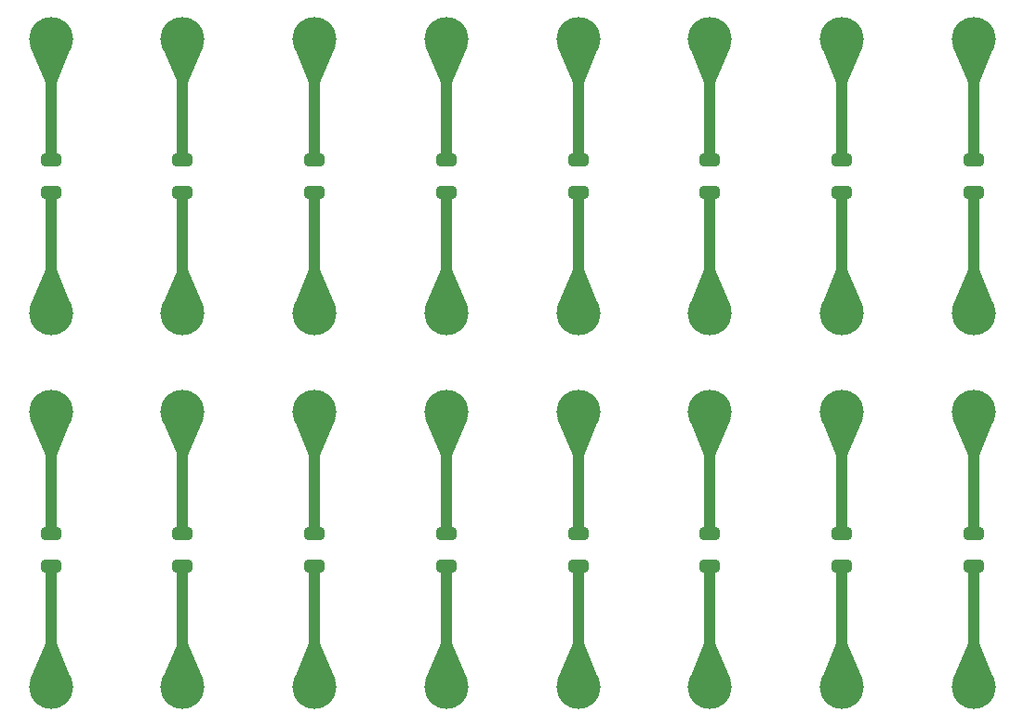
<source format=gbr>
%TF.GenerationSoftware,KiCad,Pcbnew,8.0.2*%
%TF.CreationDate,2024-06-26T18:14:25+07:00*%
%TF.ProjectId,capacitor_100nF_100V_Panel,63617061-6369-4746-9f72-5f3130306e46,rev?*%
%TF.SameCoordinates,Original*%
%TF.FileFunction,Copper,L1,Top*%
%TF.FilePolarity,Positive*%
%FSLAX46Y46*%
G04 Gerber Fmt 4.6, Leading zero omitted, Abs format (unit mm)*
G04 Created by KiCad (PCBNEW 8.0.2) date 2024-06-26 18:14:25*
%MOMM*%
%LPD*%
G01*
G04 APERTURE LIST*
G04 Aperture macros list*
%AMRoundRect*
0 Rectangle with rounded corners*
0 $1 Rounding radius*
0 $2 $3 $4 $5 $6 $7 $8 $9 X,Y pos of 4 corners*
0 Add a 4 corners polygon primitive as box body*
4,1,4,$2,$3,$4,$5,$6,$7,$8,$9,$2,$3,0*
0 Add four circle primitives for the rounded corners*
1,1,$1+$1,$2,$3*
1,1,$1+$1,$4,$5*
1,1,$1+$1,$6,$7*
1,1,$1+$1,$8,$9*
0 Add four rect primitives between the rounded corners*
20,1,$1+$1,$2,$3,$4,$5,0*
20,1,$1+$1,$4,$5,$6,$7,0*
20,1,$1+$1,$6,$7,$8,$9,0*
20,1,$1+$1,$8,$9,$2,$3,0*%
G04 Aperture macros list end*
%TA.AperFunction,ComponentPad*%
%ADD10C,4.000000*%
%TD*%
%TA.AperFunction,SMDPad,CuDef*%
%ADD11RoundRect,0.250000X-0.650000X0.325000X-0.650000X-0.325000X0.650000X-0.325000X0.650000X0.325000X0*%
%TD*%
%TA.AperFunction,Conductor*%
%ADD12C,1.000000*%
%TD*%
G04 APERTURE END LIST*
D10*
%TO.P,J2,1,Pin_1*%
%TO.N,Board_5-Net-(J2-Pin_1)*%
X65000000Y-36500500D03*
%TD*%
D11*
%TO.P,C1,1*%
%TO.N,Board_14-Net-(J1-Pin_1)*%
X77000000Y-56525500D03*
%TO.P,C1,2*%
%TO.N,Board_14-Net-(J2-Pin_1)*%
X77000000Y-59475500D03*
%TD*%
D10*
%TO.P,J1,1,Pin_1*%
%TO.N,Board_9-Net-(J1-Pin_1)*%
X17000000Y-45500500D03*
%TD*%
D11*
%TO.P,C1,1*%
%TO.N,Board_13-Net-(J1-Pin_1)*%
X65000000Y-56525500D03*
%TO.P,C1,2*%
%TO.N,Board_13-Net-(J2-Pin_1)*%
X65000000Y-59475500D03*
%TD*%
%TO.P,C1,1*%
%TO.N,Board_4-Net-(J1-Pin_1)*%
X53000000Y-22525500D03*
%TO.P,C1,2*%
%TO.N,Board_4-Net-(J2-Pin_1)*%
X53000000Y-25475500D03*
%TD*%
%TO.P,C1,1*%
%TO.N,Board_1-Net-(J1-Pin_1)*%
X17000000Y-22525500D03*
%TO.P,C1,2*%
%TO.N,Board_1-Net-(J2-Pin_1)*%
X17000000Y-25475500D03*
%TD*%
%TO.P,C1,1*%
%TO.N,Board_3-Net-(J1-Pin_1)*%
X41000000Y-22525500D03*
%TO.P,C1,2*%
%TO.N,Board_3-Net-(J2-Pin_1)*%
X41000000Y-25475500D03*
%TD*%
D10*
%TO.P,J2,1,Pin_1*%
%TO.N,Board_12-Net-(J2-Pin_1)*%
X53000000Y-70500500D03*
%TD*%
%TO.P,J1,1,Pin_1*%
%TO.N,Board_11-Net-(J1-Pin_1)*%
X41000000Y-45500500D03*
%TD*%
%TO.P,J2,1,Pin_1*%
%TO.N,Board_11-Net-(J2-Pin_1)*%
X41000000Y-70500500D03*
%TD*%
%TO.P,J2,1,Pin_1*%
%TO.N,Board_8-Net-(J2-Pin_1)*%
X5000000Y-70500500D03*
%TD*%
%TO.P,J2,1,Pin_1*%
%TO.N,Board_0-Net-(J2-Pin_1)*%
X5000000Y-36500500D03*
%TD*%
%TO.P,J2,1,Pin_1*%
%TO.N,Board_10-Net-(J2-Pin_1)*%
X29000000Y-70500500D03*
%TD*%
%TO.P,J1,1,Pin_1*%
%TO.N,Board_13-Net-(J1-Pin_1)*%
X65000000Y-45500500D03*
%TD*%
D11*
%TO.P,C1,1*%
%TO.N,Board_8-Net-(J1-Pin_1)*%
X5000000Y-56525500D03*
%TO.P,C1,2*%
%TO.N,Board_8-Net-(J2-Pin_1)*%
X5000000Y-59475500D03*
%TD*%
D10*
%TO.P,J1,1,Pin_1*%
%TO.N,Board_4-Net-(J1-Pin_1)*%
X53000000Y-11500500D03*
%TD*%
%TO.P,J2,1,Pin_1*%
%TO.N,Board_6-Net-(J2-Pin_1)*%
X77000000Y-36500500D03*
%TD*%
%TO.P,J2,1,Pin_1*%
%TO.N,Board_13-Net-(J2-Pin_1)*%
X65000000Y-70500500D03*
%TD*%
%TO.P,J2,1,Pin_1*%
%TO.N,Board_15-Net-(J2-Pin_1)*%
X89000000Y-70500500D03*
%TD*%
%TO.P,J1,1,Pin_1*%
%TO.N,Board_6-Net-(J1-Pin_1)*%
X77000000Y-11500500D03*
%TD*%
D11*
%TO.P,C1,1*%
%TO.N,Board_10-Net-(J1-Pin_1)*%
X29000000Y-56525500D03*
%TO.P,C1,2*%
%TO.N,Board_10-Net-(J2-Pin_1)*%
X29000000Y-59475500D03*
%TD*%
D10*
%TO.P,J2,1,Pin_1*%
%TO.N,Board_9-Net-(J2-Pin_1)*%
X17000000Y-70500500D03*
%TD*%
%TO.P,J1,1,Pin_1*%
%TO.N,Board_0-Net-(J1-Pin_1)*%
X5000000Y-11500500D03*
%TD*%
%TO.P,J1,1,Pin_1*%
%TO.N,Board_3-Net-(J1-Pin_1)*%
X41000000Y-11500500D03*
%TD*%
%TO.P,J1,1,Pin_1*%
%TO.N,Board_10-Net-(J1-Pin_1)*%
X29000000Y-45500500D03*
%TD*%
D11*
%TO.P,C1,1*%
%TO.N,Board_11-Net-(J1-Pin_1)*%
X41000000Y-56525500D03*
%TO.P,C1,2*%
%TO.N,Board_11-Net-(J2-Pin_1)*%
X41000000Y-59475500D03*
%TD*%
D10*
%TO.P,J1,1,Pin_1*%
%TO.N,Board_14-Net-(J1-Pin_1)*%
X77000000Y-45500500D03*
%TD*%
%TO.P,J1,1,Pin_1*%
%TO.N,Board_2-Net-(J1-Pin_1)*%
X29000000Y-11500500D03*
%TD*%
%TO.P,J2,1,Pin_1*%
%TO.N,Board_14-Net-(J2-Pin_1)*%
X77000000Y-70500500D03*
%TD*%
%TO.P,J1,1,Pin_1*%
%TO.N,Board_5-Net-(J1-Pin_1)*%
X65000000Y-11500500D03*
%TD*%
%TO.P,J2,1,Pin_1*%
%TO.N,Board_3-Net-(J2-Pin_1)*%
X41000000Y-36500500D03*
%TD*%
%TO.P,J2,1,Pin_1*%
%TO.N,Board_2-Net-(J2-Pin_1)*%
X29000000Y-36500500D03*
%TD*%
D11*
%TO.P,C1,1*%
%TO.N,Board_9-Net-(J1-Pin_1)*%
X17000000Y-56525500D03*
%TO.P,C1,2*%
%TO.N,Board_9-Net-(J2-Pin_1)*%
X17000000Y-59475500D03*
%TD*%
%TO.P,C1,1*%
%TO.N,Board_5-Net-(J1-Pin_1)*%
X65000000Y-22525500D03*
%TO.P,C1,2*%
%TO.N,Board_5-Net-(J2-Pin_1)*%
X65000000Y-25475500D03*
%TD*%
%TO.P,C1,1*%
%TO.N,Board_2-Net-(J1-Pin_1)*%
X29000000Y-22525500D03*
%TO.P,C1,2*%
%TO.N,Board_2-Net-(J2-Pin_1)*%
X29000000Y-25475500D03*
%TD*%
%TO.P,C1,1*%
%TO.N,Board_6-Net-(J1-Pin_1)*%
X77000000Y-22525500D03*
%TO.P,C1,2*%
%TO.N,Board_6-Net-(J2-Pin_1)*%
X77000000Y-25475500D03*
%TD*%
D10*
%TO.P,J1,1,Pin_1*%
%TO.N,Board_1-Net-(J1-Pin_1)*%
X17000000Y-11500500D03*
%TD*%
%TO.P,J2,1,Pin_1*%
%TO.N,Board_4-Net-(J2-Pin_1)*%
X53000000Y-36500500D03*
%TD*%
D11*
%TO.P,C1,1*%
%TO.N,Board_15-Net-(J1-Pin_1)*%
X89000000Y-56525500D03*
%TO.P,C1,2*%
%TO.N,Board_15-Net-(J2-Pin_1)*%
X89000000Y-59475500D03*
%TD*%
D10*
%TO.P,J1,1,Pin_1*%
%TO.N,Board_12-Net-(J1-Pin_1)*%
X53000000Y-45500500D03*
%TD*%
%TO.P,J1,1,Pin_1*%
%TO.N,Board_7-Net-(J1-Pin_1)*%
X89000000Y-11500500D03*
%TD*%
%TO.P,J2,1,Pin_1*%
%TO.N,Board_1-Net-(J2-Pin_1)*%
X17000000Y-36500500D03*
%TD*%
%TO.P,J2,1,Pin_1*%
%TO.N,Board_7-Net-(J2-Pin_1)*%
X89000000Y-36500500D03*
%TD*%
D11*
%TO.P,C1,1*%
%TO.N,Board_0-Net-(J1-Pin_1)*%
X5000000Y-22525500D03*
%TO.P,C1,2*%
%TO.N,Board_0-Net-(J2-Pin_1)*%
X5000000Y-25475500D03*
%TD*%
%TO.P,C1,1*%
%TO.N,Board_12-Net-(J1-Pin_1)*%
X53000000Y-56525500D03*
%TO.P,C1,2*%
%TO.N,Board_12-Net-(J2-Pin_1)*%
X53000000Y-59475500D03*
%TD*%
%TO.P,C1,1*%
%TO.N,Board_7-Net-(J1-Pin_1)*%
X89000000Y-22525500D03*
%TO.P,C1,2*%
%TO.N,Board_7-Net-(J2-Pin_1)*%
X89000000Y-25475500D03*
%TD*%
D10*
%TO.P,J1,1,Pin_1*%
%TO.N,Board_8-Net-(J1-Pin_1)*%
X5000000Y-45500500D03*
%TD*%
%TO.P,J1,1,Pin_1*%
%TO.N,Board_15-Net-(J1-Pin_1)*%
X89000000Y-45500500D03*
%TD*%
D12*
%TO.N,Board_15-Net-(J2-Pin_1)*%
X89000000Y-59475500D02*
X89000000Y-70500500D01*
%TO.N,Board_15-Net-(J1-Pin_1)*%
X89000000Y-56429250D02*
X89096250Y-56525500D01*
X89000000Y-56525500D02*
X89000000Y-45500500D01*
%TO.N,Board_14-Net-(J2-Pin_1)*%
X77000000Y-59475500D02*
X77000000Y-70500500D01*
%TO.N,Board_14-Net-(J1-Pin_1)*%
X77000000Y-56525500D02*
X77000000Y-45500500D01*
X77000000Y-56429250D02*
X77096250Y-56525500D01*
%TO.N,Board_13-Net-(J2-Pin_1)*%
X65000000Y-59475500D02*
X65000000Y-70500500D01*
%TO.N,Board_13-Net-(J1-Pin_1)*%
X65000000Y-56429250D02*
X65096250Y-56525500D01*
X65000000Y-56525500D02*
X65000000Y-45500500D01*
%TO.N,Board_12-Net-(J2-Pin_1)*%
X53000000Y-59475500D02*
X53000000Y-70500500D01*
%TO.N,Board_12-Net-(J1-Pin_1)*%
X53000000Y-56525500D02*
X53000000Y-45500500D01*
X53000000Y-56429250D02*
X53096250Y-56525500D01*
%TO.N,Board_11-Net-(J2-Pin_1)*%
X41000000Y-59475500D02*
X41000000Y-70500500D01*
%TO.N,Board_11-Net-(J1-Pin_1)*%
X41000000Y-56525500D02*
X41000000Y-45500500D01*
X41000000Y-56429250D02*
X41096250Y-56525500D01*
%TO.N,Board_10-Net-(J2-Pin_1)*%
X29000000Y-59475500D02*
X29000000Y-70500500D01*
%TO.N,Board_10-Net-(J1-Pin_1)*%
X29000000Y-56525500D02*
X29000000Y-45500500D01*
X29000000Y-56429250D02*
X29096250Y-56525500D01*
%TO.N,Board_9-Net-(J2-Pin_1)*%
X17000000Y-59475500D02*
X17000000Y-70500500D01*
%TO.N,Board_9-Net-(J1-Pin_1)*%
X17000000Y-56525500D02*
X17000000Y-45500500D01*
X17000000Y-56429250D02*
X17096250Y-56525500D01*
%TO.N,Board_8-Net-(J2-Pin_1)*%
X5000000Y-59475500D02*
X5000000Y-70500500D01*
%TO.N,Board_8-Net-(J1-Pin_1)*%
X5000000Y-56429250D02*
X5096250Y-56525500D01*
X5000000Y-56525500D02*
X5000000Y-45500500D01*
%TO.N,Board_7-Net-(J2-Pin_1)*%
X89000000Y-25475500D02*
X89000000Y-36500500D01*
%TO.N,Board_7-Net-(J1-Pin_1)*%
X89000000Y-22429250D02*
X89096250Y-22525500D01*
X89000000Y-22525500D02*
X89000000Y-11500500D01*
%TO.N,Board_6-Net-(J2-Pin_1)*%
X77000000Y-25475500D02*
X77000000Y-36500500D01*
%TO.N,Board_6-Net-(J1-Pin_1)*%
X77000000Y-22429250D02*
X77096250Y-22525500D01*
X77000000Y-22525500D02*
X77000000Y-11500500D01*
%TO.N,Board_5-Net-(J2-Pin_1)*%
X65000000Y-25475500D02*
X65000000Y-36500500D01*
%TO.N,Board_5-Net-(J1-Pin_1)*%
X65000000Y-22429250D02*
X65096250Y-22525500D01*
X65000000Y-22525500D02*
X65000000Y-11500500D01*
%TO.N,Board_4-Net-(J2-Pin_1)*%
X53000000Y-25475500D02*
X53000000Y-36500500D01*
%TO.N,Board_4-Net-(J1-Pin_1)*%
X53000000Y-22429250D02*
X53096250Y-22525500D01*
X53000000Y-22525500D02*
X53000000Y-11500500D01*
%TO.N,Board_3-Net-(J2-Pin_1)*%
X41000000Y-25475500D02*
X41000000Y-36500500D01*
%TO.N,Board_3-Net-(J1-Pin_1)*%
X41000000Y-22525500D02*
X41000000Y-11500500D01*
X41000000Y-22429250D02*
X41096250Y-22525500D01*
%TO.N,Board_2-Net-(J2-Pin_1)*%
X29000000Y-25475500D02*
X29000000Y-36500500D01*
%TO.N,Board_2-Net-(J1-Pin_1)*%
X29000000Y-22429250D02*
X29096250Y-22525500D01*
X29000000Y-22525500D02*
X29000000Y-11500500D01*
%TO.N,Board_1-Net-(J2-Pin_1)*%
X17000000Y-25475500D02*
X17000000Y-36500500D01*
%TO.N,Board_1-Net-(J1-Pin_1)*%
X17000000Y-22525500D02*
X17000000Y-11500500D01*
X17000000Y-22429250D02*
X17096250Y-22525500D01*
%TO.N,Board_0-Net-(J2-Pin_1)*%
X5000000Y-25475500D02*
X5000000Y-36500500D01*
%TO.N,Board_0-Net-(J1-Pin_1)*%
X5000000Y-22429250D02*
X5096250Y-22525500D01*
X5000000Y-22525500D02*
X5000000Y-11500500D01*
%TD*%
%TA.AperFunction,Conductor*%
%TO.N,Board_15-Net-(J2-Pin_1)*%
G36*
X89500464Y-66524284D02*
G01*
X89502996Y-66528069D01*
X90913987Y-69925000D01*
X90913996Y-69933955D01*
X90907670Y-69940293D01*
X90906484Y-69940712D01*
X89003302Y-70500528D01*
X88996698Y-70500528D01*
X87093515Y-69940712D01*
X87086545Y-69935090D01*
X87085593Y-69926186D01*
X87086006Y-69925016D01*
X88497004Y-66528068D01*
X88503342Y-66521743D01*
X88507809Y-66520857D01*
X89492191Y-66520857D01*
X89500464Y-66524284D01*
G37*
%TD.AperFunction*%
%TD*%
%TA.AperFunction,Conductor*%
%TO.N,Board_15-Net-(J1-Pin_1)*%
G36*
X90906485Y-46060287D02*
G01*
X90913454Y-46065909D01*
X90914406Y-46074813D01*
X90913987Y-46075999D01*
X89502996Y-49472931D01*
X89496658Y-49479257D01*
X89492191Y-49480143D01*
X88507809Y-49480143D01*
X88499536Y-49476716D01*
X88497004Y-49472931D01*
X87086011Y-46075997D01*
X87086003Y-46067044D01*
X87092329Y-46060706D01*
X87093500Y-46060292D01*
X88996699Y-45500471D01*
X89003301Y-45500471D01*
X90906485Y-46060287D01*
G37*
%TD.AperFunction*%
%TD*%
%TA.AperFunction,Conductor*%
%TO.N,Board_14-Net-(J2-Pin_1)*%
G36*
X77500464Y-66524284D02*
G01*
X77502996Y-66528069D01*
X78913987Y-69925000D01*
X78913996Y-69933955D01*
X78907670Y-69940293D01*
X78906484Y-69940712D01*
X77003302Y-70500528D01*
X76996698Y-70500528D01*
X75093515Y-69940712D01*
X75086545Y-69935090D01*
X75085593Y-69926186D01*
X75086006Y-69925016D01*
X76497004Y-66528068D01*
X76503342Y-66521743D01*
X76507809Y-66520857D01*
X77492191Y-66520857D01*
X77500464Y-66524284D01*
G37*
%TD.AperFunction*%
%TD*%
%TA.AperFunction,Conductor*%
%TO.N,Board_14-Net-(J1-Pin_1)*%
G36*
X78906485Y-46060287D02*
G01*
X78913454Y-46065909D01*
X78914406Y-46074813D01*
X78913987Y-46075999D01*
X77502996Y-49472931D01*
X77496658Y-49479257D01*
X77492191Y-49480143D01*
X76507809Y-49480143D01*
X76499536Y-49476716D01*
X76497004Y-49472931D01*
X75086011Y-46075997D01*
X75086003Y-46067044D01*
X75092329Y-46060706D01*
X75093500Y-46060292D01*
X76996699Y-45500471D01*
X77003301Y-45500471D01*
X78906485Y-46060287D01*
G37*
%TD.AperFunction*%
%TD*%
%TA.AperFunction,Conductor*%
%TO.N,Board_13-Net-(J2-Pin_1)*%
G36*
X65500464Y-66524284D02*
G01*
X65502996Y-66528069D01*
X66913987Y-69925000D01*
X66913996Y-69933955D01*
X66907670Y-69940293D01*
X66906484Y-69940712D01*
X65003302Y-70500528D01*
X64996698Y-70500528D01*
X63093515Y-69940712D01*
X63086545Y-69935090D01*
X63085593Y-69926186D01*
X63086006Y-69925016D01*
X64497004Y-66528068D01*
X64503342Y-66521743D01*
X64507809Y-66520857D01*
X65492191Y-66520857D01*
X65500464Y-66524284D01*
G37*
%TD.AperFunction*%
%TD*%
%TA.AperFunction,Conductor*%
%TO.N,Board_13-Net-(J1-Pin_1)*%
G36*
X66906485Y-46060287D02*
G01*
X66913454Y-46065909D01*
X66914406Y-46074813D01*
X66913987Y-46075999D01*
X65502996Y-49472931D01*
X65496658Y-49479257D01*
X65492191Y-49480143D01*
X64507809Y-49480143D01*
X64499536Y-49476716D01*
X64497004Y-49472931D01*
X63086011Y-46075997D01*
X63086003Y-46067044D01*
X63092329Y-46060706D01*
X63093500Y-46060292D01*
X64996699Y-45500471D01*
X65003301Y-45500471D01*
X66906485Y-46060287D01*
G37*
%TD.AperFunction*%
%TD*%
%TA.AperFunction,Conductor*%
%TO.N,Board_12-Net-(J2-Pin_1)*%
G36*
X53500464Y-66524284D02*
G01*
X53502996Y-66528069D01*
X54913987Y-69925000D01*
X54913996Y-69933955D01*
X54907670Y-69940293D01*
X54906484Y-69940712D01*
X53003302Y-70500528D01*
X52996698Y-70500528D01*
X51093515Y-69940712D01*
X51086545Y-69935090D01*
X51085593Y-69926186D01*
X51086006Y-69925016D01*
X52497004Y-66528068D01*
X52503342Y-66521743D01*
X52507809Y-66520857D01*
X53492191Y-66520857D01*
X53500464Y-66524284D01*
G37*
%TD.AperFunction*%
%TD*%
%TA.AperFunction,Conductor*%
%TO.N,Board_12-Net-(J1-Pin_1)*%
G36*
X54906485Y-46060287D02*
G01*
X54913454Y-46065909D01*
X54914406Y-46074813D01*
X54913987Y-46075999D01*
X53502996Y-49472931D01*
X53496658Y-49479257D01*
X53492191Y-49480143D01*
X52507809Y-49480143D01*
X52499536Y-49476716D01*
X52497004Y-49472931D01*
X51086011Y-46075997D01*
X51086003Y-46067044D01*
X51092329Y-46060706D01*
X51093500Y-46060292D01*
X52996699Y-45500471D01*
X53003301Y-45500471D01*
X54906485Y-46060287D01*
G37*
%TD.AperFunction*%
%TD*%
%TA.AperFunction,Conductor*%
%TO.N,Board_11-Net-(J2-Pin_1)*%
G36*
X41500464Y-66524284D02*
G01*
X41502996Y-66528069D01*
X42913987Y-69925000D01*
X42913996Y-69933955D01*
X42907670Y-69940293D01*
X42906484Y-69940712D01*
X41003302Y-70500528D01*
X40996698Y-70500528D01*
X39093515Y-69940712D01*
X39086545Y-69935090D01*
X39085593Y-69926186D01*
X39086006Y-69925016D01*
X40497004Y-66528068D01*
X40503342Y-66521743D01*
X40507809Y-66520857D01*
X41492191Y-66520857D01*
X41500464Y-66524284D01*
G37*
%TD.AperFunction*%
%TD*%
%TA.AperFunction,Conductor*%
%TO.N,Board_11-Net-(J1-Pin_1)*%
G36*
X42906485Y-46060287D02*
G01*
X42913454Y-46065909D01*
X42914406Y-46074813D01*
X42913987Y-46075999D01*
X41502996Y-49472931D01*
X41496658Y-49479257D01*
X41492191Y-49480143D01*
X40507809Y-49480143D01*
X40499536Y-49476716D01*
X40497004Y-49472931D01*
X39086011Y-46075997D01*
X39086003Y-46067044D01*
X39092329Y-46060706D01*
X39093500Y-46060292D01*
X40996699Y-45500471D01*
X41003301Y-45500471D01*
X42906485Y-46060287D01*
G37*
%TD.AperFunction*%
%TD*%
%TA.AperFunction,Conductor*%
%TO.N,Board_10-Net-(J2-Pin_1)*%
G36*
X29500464Y-66524284D02*
G01*
X29502996Y-66528069D01*
X30913987Y-69925000D01*
X30913996Y-69933955D01*
X30907670Y-69940293D01*
X30906484Y-69940712D01*
X29003302Y-70500528D01*
X28996698Y-70500528D01*
X27093515Y-69940712D01*
X27086545Y-69935090D01*
X27085593Y-69926186D01*
X27086006Y-69925016D01*
X28497004Y-66528068D01*
X28503342Y-66521743D01*
X28507809Y-66520857D01*
X29492191Y-66520857D01*
X29500464Y-66524284D01*
G37*
%TD.AperFunction*%
%TD*%
%TA.AperFunction,Conductor*%
%TO.N,Board_10-Net-(J1-Pin_1)*%
G36*
X30906485Y-46060287D02*
G01*
X30913454Y-46065909D01*
X30914406Y-46074813D01*
X30913987Y-46075999D01*
X29502996Y-49472931D01*
X29496658Y-49479257D01*
X29492191Y-49480143D01*
X28507809Y-49480143D01*
X28499536Y-49476716D01*
X28497004Y-49472931D01*
X27086011Y-46075997D01*
X27086003Y-46067044D01*
X27092329Y-46060706D01*
X27093500Y-46060292D01*
X28996699Y-45500471D01*
X29003301Y-45500471D01*
X30906485Y-46060287D01*
G37*
%TD.AperFunction*%
%TD*%
%TA.AperFunction,Conductor*%
%TO.N,Board_9-Net-(J2-Pin_1)*%
G36*
X17500464Y-66524284D02*
G01*
X17502996Y-66528069D01*
X18913987Y-69925000D01*
X18913996Y-69933955D01*
X18907670Y-69940293D01*
X18906484Y-69940712D01*
X17003302Y-70500528D01*
X16996698Y-70500528D01*
X15093515Y-69940712D01*
X15086545Y-69935090D01*
X15085593Y-69926186D01*
X15086006Y-69925016D01*
X16497004Y-66528068D01*
X16503342Y-66521743D01*
X16507809Y-66520857D01*
X17492191Y-66520857D01*
X17500464Y-66524284D01*
G37*
%TD.AperFunction*%
%TD*%
%TA.AperFunction,Conductor*%
%TO.N,Board_9-Net-(J1-Pin_1)*%
G36*
X18906485Y-46060287D02*
G01*
X18913454Y-46065909D01*
X18914406Y-46074813D01*
X18913987Y-46075999D01*
X17502996Y-49472931D01*
X17496658Y-49479257D01*
X17492191Y-49480143D01*
X16507809Y-49480143D01*
X16499536Y-49476716D01*
X16497004Y-49472931D01*
X15086011Y-46075997D01*
X15086003Y-46067044D01*
X15092329Y-46060706D01*
X15093500Y-46060292D01*
X16996699Y-45500471D01*
X17003301Y-45500471D01*
X18906485Y-46060287D01*
G37*
%TD.AperFunction*%
%TD*%
%TA.AperFunction,Conductor*%
%TO.N,Board_8-Net-(J2-Pin_1)*%
G36*
X5500464Y-66524284D02*
G01*
X5502996Y-66528069D01*
X6913987Y-69925000D01*
X6913996Y-69933955D01*
X6907670Y-69940293D01*
X6906484Y-69940712D01*
X5003302Y-70500528D01*
X4996698Y-70500528D01*
X3093515Y-69940712D01*
X3086545Y-69935090D01*
X3085593Y-69926186D01*
X3086006Y-69925016D01*
X4497004Y-66528068D01*
X4503342Y-66521743D01*
X4507809Y-66520857D01*
X5492191Y-66520857D01*
X5500464Y-66524284D01*
G37*
%TD.AperFunction*%
%TD*%
%TA.AperFunction,Conductor*%
%TO.N,Board_8-Net-(J1-Pin_1)*%
G36*
X6906485Y-46060287D02*
G01*
X6913454Y-46065909D01*
X6914406Y-46074813D01*
X6913987Y-46075999D01*
X5502996Y-49472931D01*
X5496658Y-49479257D01*
X5492191Y-49480143D01*
X4507809Y-49480143D01*
X4499536Y-49476716D01*
X4497004Y-49472931D01*
X3086011Y-46075997D01*
X3086003Y-46067044D01*
X3092329Y-46060706D01*
X3093500Y-46060292D01*
X4996699Y-45500471D01*
X5003301Y-45500471D01*
X6906485Y-46060287D01*
G37*
%TD.AperFunction*%
%TD*%
%TA.AperFunction,Conductor*%
%TO.N,Board_7-Net-(J2-Pin_1)*%
G36*
X89500464Y-32524284D02*
G01*
X89502996Y-32528069D01*
X90913987Y-35925000D01*
X90913996Y-35933955D01*
X90907670Y-35940293D01*
X90906484Y-35940712D01*
X89003302Y-36500528D01*
X88996698Y-36500528D01*
X87093515Y-35940712D01*
X87086545Y-35935090D01*
X87085593Y-35926186D01*
X87086006Y-35925016D01*
X88497004Y-32528068D01*
X88503342Y-32521743D01*
X88507809Y-32520857D01*
X89492191Y-32520857D01*
X89500464Y-32524284D01*
G37*
%TD.AperFunction*%
%TD*%
%TA.AperFunction,Conductor*%
%TO.N,Board_7-Net-(J1-Pin_1)*%
G36*
X90906485Y-12060287D02*
G01*
X90913454Y-12065909D01*
X90914406Y-12074813D01*
X90913987Y-12075999D01*
X89502996Y-15472931D01*
X89496658Y-15479257D01*
X89492191Y-15480143D01*
X88507809Y-15480143D01*
X88499536Y-15476716D01*
X88497004Y-15472931D01*
X87086011Y-12075997D01*
X87086003Y-12067044D01*
X87092329Y-12060706D01*
X87093500Y-12060292D01*
X88996699Y-11500471D01*
X89003301Y-11500471D01*
X90906485Y-12060287D01*
G37*
%TD.AperFunction*%
%TD*%
%TA.AperFunction,Conductor*%
%TO.N,Board_6-Net-(J2-Pin_1)*%
G36*
X77500464Y-32524284D02*
G01*
X77502996Y-32528069D01*
X78913987Y-35925000D01*
X78913996Y-35933955D01*
X78907670Y-35940293D01*
X78906484Y-35940712D01*
X77003302Y-36500528D01*
X76996698Y-36500528D01*
X75093515Y-35940712D01*
X75086545Y-35935090D01*
X75085593Y-35926186D01*
X75086006Y-35925016D01*
X76497004Y-32528068D01*
X76503342Y-32521743D01*
X76507809Y-32520857D01*
X77492191Y-32520857D01*
X77500464Y-32524284D01*
G37*
%TD.AperFunction*%
%TD*%
%TA.AperFunction,Conductor*%
%TO.N,Board_6-Net-(J1-Pin_1)*%
G36*
X78906485Y-12060287D02*
G01*
X78913454Y-12065909D01*
X78914406Y-12074813D01*
X78913987Y-12075999D01*
X77502996Y-15472931D01*
X77496658Y-15479257D01*
X77492191Y-15480143D01*
X76507809Y-15480143D01*
X76499536Y-15476716D01*
X76497004Y-15472931D01*
X75086011Y-12075997D01*
X75086003Y-12067044D01*
X75092329Y-12060706D01*
X75093500Y-12060292D01*
X76996699Y-11500471D01*
X77003301Y-11500471D01*
X78906485Y-12060287D01*
G37*
%TD.AperFunction*%
%TD*%
%TA.AperFunction,Conductor*%
%TO.N,Board_5-Net-(J2-Pin_1)*%
G36*
X65500464Y-32524284D02*
G01*
X65502996Y-32528069D01*
X66913987Y-35925000D01*
X66913996Y-35933955D01*
X66907670Y-35940293D01*
X66906484Y-35940712D01*
X65003302Y-36500528D01*
X64996698Y-36500528D01*
X63093515Y-35940712D01*
X63086545Y-35935090D01*
X63085593Y-35926186D01*
X63086006Y-35925016D01*
X64497004Y-32528068D01*
X64503342Y-32521743D01*
X64507809Y-32520857D01*
X65492191Y-32520857D01*
X65500464Y-32524284D01*
G37*
%TD.AperFunction*%
%TD*%
%TA.AperFunction,Conductor*%
%TO.N,Board_5-Net-(J1-Pin_1)*%
G36*
X66906485Y-12060287D02*
G01*
X66913454Y-12065909D01*
X66914406Y-12074813D01*
X66913987Y-12075999D01*
X65502996Y-15472931D01*
X65496658Y-15479257D01*
X65492191Y-15480143D01*
X64507809Y-15480143D01*
X64499536Y-15476716D01*
X64497004Y-15472931D01*
X63086011Y-12075997D01*
X63086003Y-12067044D01*
X63092329Y-12060706D01*
X63093500Y-12060292D01*
X64996699Y-11500471D01*
X65003301Y-11500471D01*
X66906485Y-12060287D01*
G37*
%TD.AperFunction*%
%TD*%
%TA.AperFunction,Conductor*%
%TO.N,Board_4-Net-(J2-Pin_1)*%
G36*
X53500464Y-32524284D02*
G01*
X53502996Y-32528069D01*
X54913987Y-35925000D01*
X54913996Y-35933955D01*
X54907670Y-35940293D01*
X54906484Y-35940712D01*
X53003302Y-36500528D01*
X52996698Y-36500528D01*
X51093515Y-35940712D01*
X51086545Y-35935090D01*
X51085593Y-35926186D01*
X51086006Y-35925016D01*
X52497004Y-32528068D01*
X52503342Y-32521743D01*
X52507809Y-32520857D01*
X53492191Y-32520857D01*
X53500464Y-32524284D01*
G37*
%TD.AperFunction*%
%TD*%
%TA.AperFunction,Conductor*%
%TO.N,Board_4-Net-(J1-Pin_1)*%
G36*
X54906485Y-12060287D02*
G01*
X54913454Y-12065909D01*
X54914406Y-12074813D01*
X54913987Y-12075999D01*
X53502996Y-15472931D01*
X53496658Y-15479257D01*
X53492191Y-15480143D01*
X52507809Y-15480143D01*
X52499536Y-15476716D01*
X52497004Y-15472931D01*
X51086011Y-12075997D01*
X51086003Y-12067044D01*
X51092329Y-12060706D01*
X51093500Y-12060292D01*
X52996699Y-11500471D01*
X53003301Y-11500471D01*
X54906485Y-12060287D01*
G37*
%TD.AperFunction*%
%TD*%
%TA.AperFunction,Conductor*%
%TO.N,Board_3-Net-(J2-Pin_1)*%
G36*
X41500464Y-32524284D02*
G01*
X41502996Y-32528069D01*
X42913987Y-35925000D01*
X42913996Y-35933955D01*
X42907670Y-35940293D01*
X42906484Y-35940712D01*
X41003302Y-36500528D01*
X40996698Y-36500528D01*
X39093515Y-35940712D01*
X39086545Y-35935090D01*
X39085593Y-35926186D01*
X39086006Y-35925016D01*
X40497004Y-32528068D01*
X40503342Y-32521743D01*
X40507809Y-32520857D01*
X41492191Y-32520857D01*
X41500464Y-32524284D01*
G37*
%TD.AperFunction*%
%TD*%
%TA.AperFunction,Conductor*%
%TO.N,Board_3-Net-(J1-Pin_1)*%
G36*
X42906485Y-12060287D02*
G01*
X42913454Y-12065909D01*
X42914406Y-12074813D01*
X42913987Y-12075999D01*
X41502996Y-15472931D01*
X41496658Y-15479257D01*
X41492191Y-15480143D01*
X40507809Y-15480143D01*
X40499536Y-15476716D01*
X40497004Y-15472931D01*
X39086011Y-12075997D01*
X39086003Y-12067044D01*
X39092329Y-12060706D01*
X39093500Y-12060292D01*
X40996699Y-11500471D01*
X41003301Y-11500471D01*
X42906485Y-12060287D01*
G37*
%TD.AperFunction*%
%TD*%
%TA.AperFunction,Conductor*%
%TO.N,Board_2-Net-(J2-Pin_1)*%
G36*
X29500464Y-32524284D02*
G01*
X29502996Y-32528069D01*
X30913987Y-35925000D01*
X30913996Y-35933955D01*
X30907670Y-35940293D01*
X30906484Y-35940712D01*
X29003302Y-36500528D01*
X28996698Y-36500528D01*
X27093515Y-35940712D01*
X27086545Y-35935090D01*
X27085593Y-35926186D01*
X27086006Y-35925016D01*
X28497004Y-32528068D01*
X28503342Y-32521743D01*
X28507809Y-32520857D01*
X29492191Y-32520857D01*
X29500464Y-32524284D01*
G37*
%TD.AperFunction*%
%TD*%
%TA.AperFunction,Conductor*%
%TO.N,Board_2-Net-(J1-Pin_1)*%
G36*
X30906485Y-12060287D02*
G01*
X30913454Y-12065909D01*
X30914406Y-12074813D01*
X30913987Y-12075999D01*
X29502996Y-15472931D01*
X29496658Y-15479257D01*
X29492191Y-15480143D01*
X28507809Y-15480143D01*
X28499536Y-15476716D01*
X28497004Y-15472931D01*
X27086011Y-12075997D01*
X27086003Y-12067044D01*
X27092329Y-12060706D01*
X27093500Y-12060292D01*
X28996699Y-11500471D01*
X29003301Y-11500471D01*
X30906485Y-12060287D01*
G37*
%TD.AperFunction*%
%TD*%
%TA.AperFunction,Conductor*%
%TO.N,Board_1-Net-(J2-Pin_1)*%
G36*
X17500464Y-32524284D02*
G01*
X17502996Y-32528069D01*
X18913987Y-35925000D01*
X18913996Y-35933955D01*
X18907670Y-35940293D01*
X18906484Y-35940712D01*
X17003302Y-36500528D01*
X16996698Y-36500528D01*
X15093515Y-35940712D01*
X15086545Y-35935090D01*
X15085593Y-35926186D01*
X15086006Y-35925016D01*
X16497004Y-32528068D01*
X16503342Y-32521743D01*
X16507809Y-32520857D01*
X17492191Y-32520857D01*
X17500464Y-32524284D01*
G37*
%TD.AperFunction*%
%TD*%
%TA.AperFunction,Conductor*%
%TO.N,Board_1-Net-(J1-Pin_1)*%
G36*
X18906485Y-12060287D02*
G01*
X18913454Y-12065909D01*
X18914406Y-12074813D01*
X18913987Y-12075999D01*
X17502996Y-15472931D01*
X17496658Y-15479257D01*
X17492191Y-15480143D01*
X16507809Y-15480143D01*
X16499536Y-15476716D01*
X16497004Y-15472931D01*
X15086011Y-12075997D01*
X15086003Y-12067044D01*
X15092329Y-12060706D01*
X15093500Y-12060292D01*
X16996699Y-11500471D01*
X17003301Y-11500471D01*
X18906485Y-12060287D01*
G37*
%TD.AperFunction*%
%TD*%
%TA.AperFunction,Conductor*%
%TO.N,Board_0-Net-(J2-Pin_1)*%
G36*
X5500464Y-32524284D02*
G01*
X5502996Y-32528069D01*
X6913987Y-35925000D01*
X6913996Y-35933955D01*
X6907670Y-35940293D01*
X6906484Y-35940712D01*
X5003302Y-36500528D01*
X4996698Y-36500528D01*
X3093515Y-35940712D01*
X3086545Y-35935090D01*
X3085593Y-35926186D01*
X3086006Y-35925016D01*
X4497004Y-32528068D01*
X4503342Y-32521743D01*
X4507809Y-32520857D01*
X5492191Y-32520857D01*
X5500464Y-32524284D01*
G37*
%TD.AperFunction*%
%TD*%
%TA.AperFunction,Conductor*%
%TO.N,Board_0-Net-(J1-Pin_1)*%
G36*
X6906485Y-12060287D02*
G01*
X6913454Y-12065909D01*
X6914406Y-12074813D01*
X6913987Y-12075999D01*
X5502996Y-15472931D01*
X5496658Y-15479257D01*
X5492191Y-15480143D01*
X4507809Y-15480143D01*
X4499536Y-15476716D01*
X4497004Y-15472931D01*
X3086011Y-12075997D01*
X3086003Y-12067044D01*
X3092329Y-12060706D01*
X3093500Y-12060292D01*
X4996699Y-11500471D01*
X5003301Y-11500471D01*
X6906485Y-12060287D01*
G37*
%TD.AperFunction*%
%TD*%
M02*

</source>
